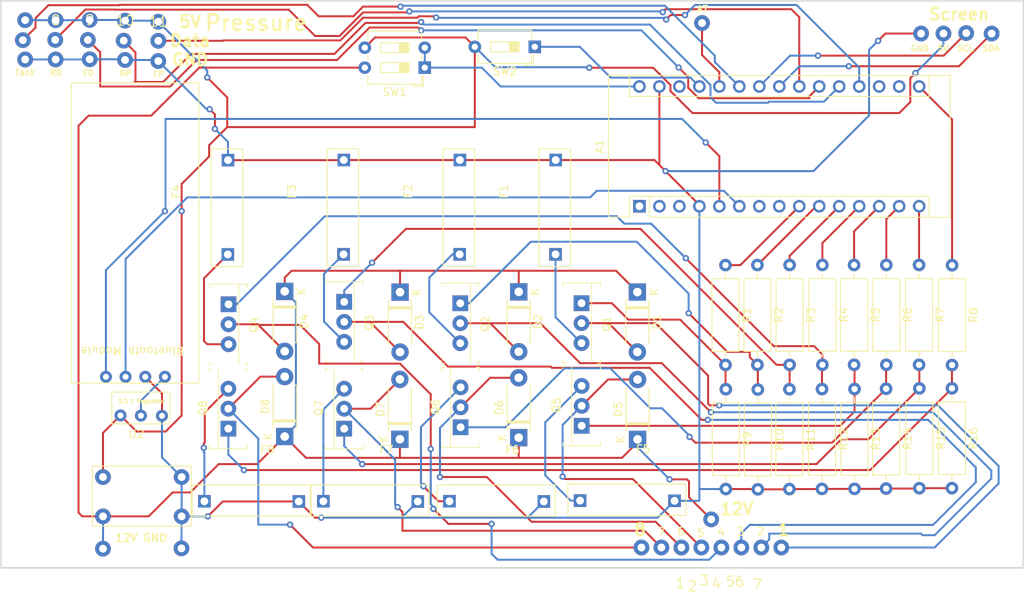
<source format=kicad_pcb>
(kicad_pcb (version 20211014) (generator pcbnew)
  (layers (0 "F.Cu" signal) (31 "B.Cu" signal) (34 "B.Paste" user) (35 "F.Paste" user) (36 "B.SilkS" user "B.Silkscreen") (37 "F.SilkS" user "F.Silkscreen") (38 "B.Mask" user) (39 "F.Mask" user) (44 "Edge.Cuts" user))
  (net 0 "")
  (net 8 "unconnected-(A1-Pad19)")
  (net 9 "unconnected-(A1-Pad20)")
  (net 10 "unconnected-(A1-Pad21)")
  (net 11 "unconnected-(A1-Pad22)")
  (net 12 "unconnected-(A1-Pad23)")
  (net 13 "unconnected-(A1-Pad24)")
  (net 14 "unconnected-(A1-Pad25)")
  (net 15 "unconnected-(A1-Pad26)")
  (net 17 "GND")
  (net 18 "+12V")
  (net 19 "Net-(A1-Pad27)")
  (net 20 "Net-(A1-Pad5)")
  (net 21 "Net-(A1-Pad6)")
  (net 22 "Net-(A1-Pad30)")
  (net 23 "Net-(SW1-Pad3)")
  (net 24 "Net-(U1-Pad4)")
  (net 25 "Net-(Q1-Pad1)")
  (net 26 "Net-(F1-Pad1)")
  (net 27 "Net-(Q2-Pad1)")
  (net 28 "Net-(F2-Pad1)")
  (net 29 "Net-(Q3-Pad1)")
  (net 30 "Net-(F3-Pad1)")
  (net 31 "Net-(Q4-Pad1)")
  (net 32 "Net-(F4-Pad1)")
  (net 33 "Net-(Q5-Pad1)")
  (net 34 "Net-(F5-Pad1)")
  (net 35 "Net-(Q6-Pad1)")
  (net 36 "Net-(F6-Pad1)")
  (net 37 "Net-(Q7-Pad1)")
  (net 38 "Net-(F7-Pad1)")
  (net 39 "Net-(Q8-Pad1)")
  (net 40 "Net-(F8-Pad1)")
  (net 41 "Net-(A1-Pad9)")
  (net 42 "Net-(A1-Pad10)")
  (net 43 "Net-(A1-Pad11)")
  (net 44 "Net-(A1-Pad12)")
  (net 45 "Net-(A1-Pad13)")
  (net 46 "Net-(A1-Pad14)")
  (net 47 "Net-(A1-Pad15)")
  (net 48 "Net-(A1-Pad16)")
  (net 49 "To Solenoid 1")
  (net 50 "To Solenoid 2")
  (net 51 "To Solenoid 3")
  (net 52 "To Solenoid 4")
  (net 53 "To Solenoid 5")
  (net 54 "To Solenoid 6")
  (net 55 "To Solenoid 7")
  (net 56 "To Solenoid 8")
  (footprint "" (layer "F.Cu") (at 70.058 29.03)
    (fp_text reference "15" hide)
    (fp_text value "")
  )
  (footprint "" (layer "F.Cu") (at 153.48302 93.561318)
    (fp_text reference "7")
    (fp_text value "")
  )
  (footprint "Fuse:3.6x10mm" (layer "F.Cu") (at 106.548 48.262 90)
    (fp_text reference "F2")
    (fp_text value "3A Fuse")
  )
  (footprint "digikey-footprints:TO-220-3" (layer "F.Cu") (at 83.222 62.62 -90)
    (fp_text reference "Q4")
    (fp_text value "FQP30N06L")
  )
  (footprint "" (layer "F.Cu") (at 61.236 28.968)
    (fp_text reference "13" hide)
    (fp_text value "")
  )
  (footprint "Resistor_THT:R_Axial_DIN0309_L9.0mm_D3.2mm_P12.70mm_Horizontal" (layer "F.Cu") (at 146.394 57.628 -90)
    (fp_text reference "R1")
    (fp_text value "R150")
  )
  (footprint "Converter_DCDC:3.3V regulator" (layer "F.Cu") (at 72.1805 70.3575)
    (fp_text reference "3.3 V Regulator")
    (fp_text value "3.3V_regulator")
  )
  (footprint "" (layer "F.Cu") (at 57.362 28.966)
    (fp_text reference "12" hide)
    (fp_text value "")
  )
  (footprint "" (layer "F.Cu") (at 135.70302 93.561318)
    (fp_text reference "")
    (fp_text value "")
  )
  (footprint "" (layer "F.Cu") (at 65.568 26.44)
    (fp_text reference "9")
    (fp_text value "")
  )
  (footprint "Resistor_THT:R_Axial_DIN0309_L9.0mm_D3.2mm_P12.70mm_Horizontal" (layer "F.Cu") (at 158.71 57.612 -90)
    (fp_text reference "R4")
    (fp_text value "R150")
  )
  (footprint "Resistor_THT:R_Axial_DIN0309_L9.0mm_D3.2mm_P12.70mm_Horizontal" (layer "F.Cu") (at 166.808 73.36 -90)
    (fp_text reference "R14")
    (fp_text value "R10K")
  )
  (footprint "RF_Module:DSD Tech Bluetooth Module" (layer "F.Cu") (at 79.43 72.64 180)
    (fp_text reference "Bluetooth Module")
    (fp_text value "DSD_Tech_Bluetooth_Module")
  )
  (footprint "Resistor_THT:R_Axial_DIN0309_L9.0mm_D3.2mm_P12.70mm_Horizontal" (layer "F.Cu") (at 175.196 57.644 -90)
    (fp_text reference "R8")
    (fp_text value "R150")
  )
  (footprint "Diode_THT:D_DO-41_SOD81_P7.62mm_Horizontal" (layer "F.Cu") (at 120.108 61.028 -90)
    (fp_text reference "D2")
    (fp_text value "1N4007")
  )
  (footprint "Button_Switch_THT:SW_DIP_SPSTx02_Slide_6.7x6.64mm_W7.62mm_P2.54mm_LowProfile" (layer "F.Cu") (at 108.16 32.506 180)
    (fp_text reference "SW1")
    (fp_text value "SW_DIP_x02")
  )
  (footprint "Resistor_THT:R_Axial_DIN0309_L9.0mm_D3.2mm_P12.70mm_Horizontal" (layer "F.Cu") (at 171 57.612 -90)
    (fp_text reference "R7")
    (fp_text value "R150")
  )
  (footprint "" (layer "F.Cu") (at 65.336 28.982)
    (fp_text reference "")
    (fp_text value "")
  )
  (footprint "Diode_THT:D_DO-41_SOD81_P7.62mm_Horizontal" (layer "F.Cu") (at 135.214 79.804 90)
    (fp_text reference "D5")
    (fp_text value "1N4007")
  )
  (footprint "Resistor_THT:R_Axial_DIN0309_L9.0mm_D3.2mm_P12.70mm_Horizontal" (layer "F.Cu") (at 150.45 57.62 -90)
    (fp_text reference "R2")
    (fp_text value "R150")
  )
  (footprint "digikey-footprints:TO-220-3" (layer "F.Cu") (at 83.192 78.436 90)
    (fp_text reference "Q8")
    (fp_text value "FQP30N06L")
  )
  (footprint "" (layer "F.Cu") (at 74.288 29.164)
    (fp_text reference "16" hide)
    (fp_text value "")
  )
  (footprint "" (layer "F.Cu") (at 176.994 28.108)
    (fp_text reference "")
    (fp_text value "")
  )
  (footprint "Diode_THT:D_DO-41_SOD81_P7.62mm_Horizontal" (layer "F.Cu") (at 120.104 79.584 90)
    (fp_text reference "D6")
    (fp_text value "1N4007")
  )
  (footprint "Fuse:3.6x10mm" (layer "F.Cu") (at 103.272 81.628)
    (fp_text reference "F7")
    (fp_text value "3A Fuse")
  )
  (footprint "Resistor_THT:R_Axial_DIN0309_L9.0mm_D3.2mm_P12.70mm_Horizontal" (layer "F.Cu") (at 162.74 57.612 -90)
    (fp_text reference "R5")
    (fp_text value "R150")
  )
  (footprint "" (layer "F.Cu") (at 150.94302 93.561318)
    (fp_text reference "6")
    (fp_text value "")
  )
  (footprint "Converter_DCDC:DIY More Buck Converter" (layer "F.Cu") (at 58.6055 79.747)
    (fp_text reference "U2")
    (fp_text value "DIY_More_Buck_Converter")
  )
  (footprint "" (layer "F.Cu") (at 144.572 89.982)
    (fp_text reference "")
    (fp_text value "")
  )
  (footprint "" (layer "F.Cu") (at 140.78302 93.561318)
    (fp_text reference "2")
    (fp_text value "")
  )
  (footprint "Resistor_THT:R_Axial_DIN0309_L9.0mm_D3.2mm_P12.70mm_Horizontal" (layer "F.Cu") (at 175.178 73.31 -90)
    (fp_text reference "R16")
    (fp_text value "R10K")
  )
  (footprint "Module:Arduino_Nano" (layer "F.Cu") (at 135.45 50.142 90)
    (fp_text reference "A1")
    (fp_text value "Arduino_Nano_v3.x")
  )
  (footprint "Resistor_THT:R_Axial_DIN0309_L9.0mm_D3.2mm_P12.70mm_Horizontal" (layer "F.Cu") (at 171.036 73.316 -90)
    (fp_text reference "R15")
    (fp_text value "R10K")
  )
  (footprint "" (layer "F.Cu") (at 67.256 93.714)
    (fp_text reference "")
    (fp_text value "")
  )
  (footprint "Fuse:3.6x10mm" (layer "F.Cu") (at 91.79 48.262 90)
    (fp_text reference "F3")
    (fp_text value "3A Fuse")
  )
  (footprint "" (layer "F.Cu") (at 143.41 26.828)
    (fp_text reference "")
    (fp_text value "")
  )
  (footprint "" (layer "F.Cu") (at 57.074 29.008)
    (fp_text reference "")
    (fp_text value "")
  )
  (footprint "Resistor_THT:R_Axial_DIN0309_L9.0mm_D3.2mm_P12.70mm_Horizontal" (layer "F.Cu") (at 150.506 73.46 -90)
    (fp_text reference "R10")
    (fp_text value "R10K")
  )
  (footprint "" (layer "F.Cu") (at 69.888 29.072)
    (fp_text reference "")
    (fp_text value "")
  )
  (footprint "" (layer "F.Cu") (at 171.256 28.17)
    (fp_text reference "")
    (fp_text value "")
  )
  (footprint "" (layer "F.Cu") (at 61.236 26.468)
    (fp_text reference "8")
    (fp_text value "")
  )
  (footprint "digikey-footprints:TO-220-3" (layer "F.Cu") (at 97.918 78.442 90)
    (fp_text reference "Q7")
    (fp_text value "FQP30N06L")
  )
  (footprint "Button_Switch_THT:SW_DIP_SPSTx01_Slide_6.7x4.1mm_W7.62mm_P2.54mm_LowProfile" (layer "F.Cu") (at 122.146 29.856 180)
    (fp_text reference "SW2")
    (fp_text value "SW_DIP_x01")
  )
  (footprint "" (layer "F.Cu") (at 143.32302 93.561318)
    (fp_text reference "3")
    (fp_text value "")
  )
  (footprint "Fuse:3.6x10mm" (layer "F.Cu") (at 88.148 81.628)
    (fp_text reference "F8")
    (fp_text value "3A Fuse")
  )
  (footprint "" (layer "F.Cu") (at 70.058 26.53)
    (fp_text reference "10")
    (fp_text value "")
  )
  (footprint "" (layer "F.Cu") (at 74.288 26.664)
    (fp_text reference "11")
    (fp_text value "")
  )
  (footprint "Resistor_THT:R_Axial_DIN0309_L9.0mm_D3.2mm_P12.70mm_Horizontal" (layer "F.Cu") (at 154.52 73.426 -90)
    (fp_text reference "R11")
    (fp_text value "R10K")
  )
  (footprint "" (layer "F.Cu") (at 145.86302 93.561318)
    (fp_text reference "4")
    (fp_text value "")
  )
  (footprint "Diode_THT:D_DO-41_SOD81_P7.62mm_Horizontal" (layer "F.Cu") (at 105.02 61.076 -90)
    (fp_text reference "D3")
    (fp_text value "1N4007")
  )
  (footprint "Fuse:3.6x10mm" (layer "F.Cu") (at 77.072 48.276 90)
    (fp_text reference "F4")
    (fp_text value "3A Fuse")
  )
  (footprint "" (layer "F.Cu") (at 57.362 26.466)
    (fp_text reference "")
    (fp_text value "")
  )
  (footprint "Fuse:3.6x10mm" (layer "F.Cu") (at 118.734 48.262 90)
    (fp_text reference "F1")
    (fp_text value "3A Fuse")
  )
  (footprint "Diode_THT:D_DO-41_SOD81_P7.62mm_Horizontal" (layer "F.Cu") (at 105 79.786 90)
    (fp_text reference "D7")
    (fp_text value "1N4007")
  )
  (footprint "Fuse:3.6x10mm" (layer "F.Cu") (at 135.91 81.544)
    (fp_text reference "F5")
    (fp_text value "3A Fuse")
  )
  (footprint "" (layer "F.Cu") (at 77.232 93.668)
    (fp_text reference "")
    (fp_text value "")
  )
  (footprint "Resistor_THT:R_Axial_DIN0309_L9.0mm_D3.2mm_P12.70mm_Horizontal" (layer "F.Cu") (at 166.838 57.612 -90)
    (fp_text reference "R6")
    (fp_text value "R150")
  )
  (footprint "Diode_THT:D_DO-41_SOD81_P7.62mm_Horizontal" (layer "F.Cu") (at 90.356 79.44 90)
    (fp_text reference "D8")
    (fp_text value "1N4007")
  )
  (footprint "" (layer "F.Cu") (at 74.288 29.09)
    (fp_text reference "")
    (fp_text value "")
  )
  (footprint "Diode_THT:D_DO-41_SOD81_P7.62mm_Horizontal" (layer "F.Cu") (at 135.19 61.062 -90)
    (fp_text reference "D1")
    (fp_text value "1N4007")
  )
  (footprint "Resistor_THT:R_Axial_DIN0309_L9.0mm_D3.2mm_P12.70mm_Horizontal" (layer "F.Cu") (at 154.546 57.62 -90)
    (fp_text reference "R3")
    (fp_text value "R150")
  )
  (footprint "Resistor_THT:R_Axial_DIN0309_L9.0mm_D3.2mm_P12.70mm_Horizontal" (layer "F.Cu") (at 162.798 73.398 -90)
    (fp_text reference "R13")
    (fp_text value "R10K")
  )
  (footprint "" (layer "F.Cu") (at 61.186 28.974)
    (fp_text reference "")
    (fp_text value "")
  )
  (footprint "digikey-footprints:TO-220-3" (layer "F.Cu") (at 112.718 78.264 90)
    (fp_text reference "Q6")
    (fp_text value "FQP30N06L")
  )
  (footprint "digikey-footprints:TO-220-3" (layer "F.Cu") (at 97.92 62.312 -90)
    (fp_text reference "Q3")
    (fp_text value "FQP30N06L")
  )
  (footprint "" (layer "F.Cu") (at 148.40302 93.561318)
    (fp_text reference "5")
    (fp_text value "")
  )
  (footprint "digikey-footprints:TO-220-3" (layer "F.Cu") (at 128.112 78.08 90)
    (fp_text reference "Q5")
    (fp_text value "FQP30N06L")
  )
  (footprint "" (layer "F.Cu") (at 174.1 28.168)
    (fp_text reference "")
    (fp_text value "")
  )
  (footprint "Resistor_THT:R_Axial_DIN0309_L9.0mm_D3.2mm_P12.70mm_Horizontal" (layer "F.Cu") (at 146.434 73.42 -90)
    (fp_text reference "R9")
    (fp_text value "R10K")
  )
  (footprint "Diode_THT:D_DO-41_SOD81_P7.62mm_Horizontal" (layer "F.Cu") (at 90.356 60.97 -90)
    (fp_text reference "D4")
    (fp_text value "1N4007")
  )
  (footprint "digikey-footprints:TO-220-3" (layer "F.Cu") (at 112.676 62.49 -90)
    (fp_text reference "Q2")
    (fp_text value "FQP30N06L")
  )
  (footprint "" (layer "F.Cu") (at 180.228 28.17)
    (fp_text reference "")
    (fp_text value "")
  )
  (footprint "Fuse:3.6x10mm" (layer "F.Cu") (at 119.296 81.628)
    (fp_text reference "F6")
    (fp_text value "3A Fuse")
  )
  (footprint "" (layer "F.Cu") (at 138.24302 93.561318)
    (fp_text reference "1")
    (fp_text value "")
  )
  (footprint "" (layer "F.Cu") (at 65.568 28.94)
    (fp_text reference "14" hide)
    (fp_text value "")
  )
  (footprint "Resistor_THT:R_Axial_DIN0309_L9.0mm_D3.2mm_P12.70mm_Horizontal" (layer "F.Cu") (at 158.658 73.404 -90)
    (fp_text reference "R12")
    (fp_text value "R10K")
  )
  (footprint "digikey-footprints:TO-220-3" (layer "F.Cu") (at 128.09 62.476 -90)
    (fp_text reference "Q1")
    (fp_text value "FQP30N06L")
  )
  (gr_rect (start 54.264 24) (end 184.264 96.138) (layer "Edge.Cuts") (width 0.2) (fill none))
  (gr_text "FP" (at 74.342 33.346) (layer "F.SilkS") (effects (font (size 0.75 0.75))))
  (gr_text "4" (at 145.836 91.584) (layer "F.SilkS") (effects (font (size 1 1))))
  (gr_text "FD" (at 65.398 33.19) (layer "F.SilkS") (effects (font (size 0.75 0.75))))
  (gr_text "1" (at 153.778 91.286) (layer "F.SilkS") (effects (font (size 1.5 1.5) (thickness 0.3))))
  (gr_text "Screen" (at 176.066 25.708) (layer "F.SilkS") (effects (font (size 1.5 1.5) (thickness 0.3))))
  (gr_text "6" (at 140.748 91.492) (layer "F.SilkS") (effects (font (size 1 1))))
  (gr_text "7" (at 138.262 91.562) (layer "F.SilkS") (effects (font (size 1 1))))
  (gr_text "3" (at 148.322 91.538) (layer "F.SilkS") (effects (font (size 1 1))))
  (gr_text "GND  5V  SCL  SDA" (at 175.57 30.058) (layer "F.SilkS") (effects (font (size 0.75 0.75))))
  (gr_text "5V\nData\nGND" (at 78.328 29.074) (layer "F.SilkS") (effects (font (size 1.5 1.5) (thickness 0.3))))
  (gr_text "12V" (at 147.832 88.666) (layer "F.SilkS") (effects (font (size 1.5 1.5) (thickness 0.3))))
  (gr_text "Pressure" (at 86.722 26.802) (layer "F.SilkS") (effects (font (size 2 2) (thickness 0.3))))
  (gr_text "Tank\n" (at 57.304 33.114) (layer "F.SilkS") (effects (font (size 0.75 0.75))))
  (gr_text "5" (at 143.236 91.676) (layer "F.SilkS") (effects (font (size 1 1))))
  (gr_text "A7" (at 143.476 25.03) (layer "F.SilkS") (effects (font (size 0.75 0.75) (thickness 0.1875))))
  (gr_text "2" (at 150.854 91.492) (layer "F.SilkS") (effects (font (size 1 1))))
  (gr_text "RD" (at 61.274 33.116) (layer "F.SilkS") (effects (font (size 0.75 0.75))))
  (gr_text "12V GND" (at 72.112 92.346) (layer "F.SilkS") (effects (font (size 1 1) (thickness 0.2))))
  (gr_text "RP" (at 70.118 33.246) (layer "F.SilkS") (effects (font (size 0.75 0.75))))
  (gr_text "8" (at 135.546 91.286) (layer "F.SilkS") (effects (font (size 1.5 1.5) (thickness 0.3))))
  (segment (start 139.42 25.814) (end 140.87 25.814) (width 0.25) (layer "F.Cu") (net 8))
  (segment (start 74.282 29.096) (end 74.288 29.09) (width 0.25) (layer "F.Cu") (net 8))
  (segment (start 107.219386 26.154) (end 100.322 26.154) (width 0.25) (layer "F.Cu") (net 8))
  (segment (start 82.524 29.09) (end 74.288 29.09) (width 0.25) (layer "F.Cu") (net 8))
  (segment (start 82.574 29.04) (end 82.524 29.09) (width 0.25) (layer "F.Cu") (net 8))
  (segment (start 97.436 29.04) (end 82.574 29.04) (width 0.25) (layer "F.Cu") (net 8))
  (segment (start 109.61 26.126) (end 109.459489 25.975489) (width 0.25) (layer "F.Cu") (net 8))
  (segment (start 107.397897 25.975489) (end 107.219386 26.154) (width 0.25) (layer "F.Cu") (net 8))
  (segment (start 140.87 25.814) (end 141.24 25.814) (width 0.25) (layer "F.Cu") (net 8))
  (segment (start 100.322 26.154) (end 97.436 29.04) (width 0.25) (layer "F.Cu") (net 8))
  (segment (start 109.459489 25.975489) (end 107.397897 25.975489) (width 0.25) (layer "F.Cu") (net 8))
  (segment (start 138.848 26.386) (end 139.42 25.814) (width 0.25) (layer "F.Cu") (net 8))
  (via (at 141.24 25.814) (size 0.8) (drill 0.4) (layers "F.Cu" "B.Cu") (net 8))
  (via (at 109.61 26.126) (size 0.8) (drill 0.4) (layers "F.Cu" "B.Cu") (net 8))
  (via (at 138.848 26.386) (size 0.8) (drill 0.4) (layers "F.Cu" "B.Cu") (net 8))
  (segment (start 155.432 24.534) (end 163.39 32.492) (width 0.25) (layer "B.Cu") (net 8))
  (segment (start 142.52 24.534) (end 155.432 24.534) (width 0.25) (layer "B.Cu") (net 8))
  (segment (start 109.61 26.126) (end 109.652511 26.168511) (width 0.25) (layer "B.Cu") (net 8))
  (segment (start 109.652511 26.168511) (end 138.630511 26.168511) (width 0.25) (layer "B.Cu") (net 8))
  (segment (start 163.39 32.492) (end 163.39 34.902) (width 0.25) (layer "B.Cu") (net 8))
  (segment (start 141.24 25.814) (end 142.52 24.534) (width 0.25) (layer "B.Cu") (net 8))
  (segment (start 138.630511 26.168511) (end 138.848 26.386) (width 0.25) (layer "B.Cu") (net 8))
  (segment (start 100.618 26.816) (end 104.556 26.816) (width 0.25) (layer "F.Cu") (net 9))
  (segment (start 69.888 29.072) (end 71.382511 30.566511) (width 0.25) (layer "F.Cu") (net 9))
  (segment (start 71.382511 34.233489) (end 71.284 34.332) (width 0.25) (layer "F.Cu") (net 9))
  (segment (start 76.576 32.648) (end 78.464 30.76) (width 0.25) (layer "F.Cu") (net 9))
  (segment (start 71.284 34.332) (end 74.892 34.332) (width 0.25) (layer "F.Cu") (net 9))
  (segment (start 71.382511 30.566511) (end 71.382511 34.233489) (width 0.25) (layer "F.Cu") (net 9))
  (segment (start 78.464 30.76) (end 82.542 30.76) (width 0.25) (layer "F.Cu") (net 9))
  (segment (start 104.556 26.816) (end 107.582 26.816) (width 0.25) (layer "F.Cu") (net 9))
  (segment (start 98.362 29.072) (end 100.618 26.816) (width 0.25) (layer "F.Cu") (net 9))
  (segment (start 160.856 34.896) (end 160.85 34.902) (width 0.25) (layer "F.Cu") (net 9))
  (segment (start 82.542 30.76) (end 96.674 30.76) (width 0.25) (layer "F.Cu") (net 9))
  (segment (start 74.892 34.332) (end 76.576 32.648) (width 0.25) (layer "F.Cu") (net 9))
  (segment (start 96.674 30.76) (end 98.362 29.072) (width 0.25) (layer "F.Cu") (net 9))
  (segment (start 107.582 26.816) (end 107.698 26.7) (width 0.25) (layer "F.Cu") (net 9))
  (via (at 107.698 26.7) (size 0.8) (drill 0.4) (layers "F.Cu" "B.Cu") (net 9))
  (segment (start 144.485489 34.727189) (end 144.485489 36.275489) (width 0.25) (layer "B.Cu") (net 9))
  (segment (start 136.7863 27.028) (end 144.485489 34.727189) (width 0.25) (layer "B.Cu") (net 9))
  (segment (start 158.916 36.836) (end 160.85 34.902) (width 0.25) (layer "B.Cu") (net 9))
  (segment (start 145.182 36.972) (end 151.786 36.972) (width 0.25) (layer "B.Cu") (net 9))
  (segment (start 151.786 36.972) (end 151.922 36.836) (width 0.25) (layer "B.Cu") (net 9))
  (segment (start 107.698 26.7) (end 108.026 27.028) (width 0.25) (layer "B.Cu") (net 9))
  (segment (start 151.922 36.836) (end 158.916 36.836) (width 0.25) (layer "B.Cu") (net 9))
  (segment (start 108.026 27.028) (end 136.7863 27.028) (width 0.25) (layer "B.Cu") (net 9))
  (segment (start 144.485489 36.275489) (end 145.182 36.972) (width 0.25) (layer "B.Cu") (net 9))
  (segment (start 140.432 32.488) (end 141.654511 33.710511) (width 0.25) (layer "F.Cu") (net 10))
  (segment (start 83.688 31.534) (end 97.014 31.534) (width 0.25) (layer "F.Cu") (net 10))
  (segment (start 157.05 36.398) (end 157.05 36.162) (width 0.25) (layer "F.Cu") (net 10))
  (segment (start 104.58 27.404) (end 107.354 27.404) (width 0.25) (layer "F.Cu") (net 10))
  (segment (start 65.336 28.982) (end 66.902 30.548) (width 0.25) (layer "F.Cu") (net 10))
  (segment (start 100.536 28.012) (end 101.144 27.404) (width 0.25) (layer "F.Cu") (net 10))
  (segment (start 141.654511 35.076811) (end 142.9757 36.398) (width 0.25) (layer "F.Cu") (net 10))
  (segment (start 75.8 34.906) (end 79.07 31.636) (width 0.25) (layer "F.Cu") (net 10))
  (segment (start 157.05 36.162) (end 158.31 34.902) (width 0.25) (layer "F.Cu") (net 10))
  (segment (start 141.654511 33.710511) (end 141.654511 35.076811) (width 0.25) (layer "F.Cu") (net 10))
  (segment (start 107.354 27.404) (end 107.708 27.758) (width 0.25) (layer "F.Cu") (net 10))
  (segment (start 66.902 30.548) (end 66.902 34.906) (width 0.25) (layer "F.Cu") (net 10))
  (segment (start 97.014 31.534) (end 100.536 28.012) (width 0.25) (layer "F.Cu") (net 10))
  (segment (start 142.9757 36.398) (end 157.05 36.398) (width 0.25) (layer "F.Cu") (net 10))
  (segment (start 66.902 34.906) (end 75.8 34.906) (width 0.25) (layer "F.Cu") (net 10))
  (segment (start 79.07 31.636) (end 79.172 31.534) (width 0.25) (layer "F.Cu") (net 10))
  (segment (start 79.172 31.534) (end 83.688 31.534) (width 0.25) (layer "F.Cu") (net 10))
  (segment (start 101.144 27.404) (end 104.58 27.404) (width 0.25) (layer "F.Cu") (net 10))
  (via (at 140.432 32.488) (size 0.8) (drill 0.4) (layers "F.Cu" "B.Cu") (net 10))
  (via (at 107.708 27.758) (size 0.8) (drill 0.4) (layers "F.Cu" "B.Cu") (net 10))
  (segment (start 107.708 27.758) (end 135.702 27.758) (width 0.25) (layer "B.Cu") (net 10))
  (segment (start 135.702 27.758) (end 140.432 32.488) (width 0.25) (layer "B.Cu") (net 10))
  (segment (start 65.019368 25.115489) (end 68.741489 25.115489) (width 0.25) (layer "F.Cu") (net 11))
  (segment (start 68.741489 25.115489) (end 68.756 25.13) (width 0.25) (layer "F.Cu") (net 11))
  (segment (start 100.322 25.48) (end 104.402 25.48) (width 0.25) (layer "F.Cu") (net 11))
  (segment (start 86.35 25.13) (end 90.872 25.13) (width 0.25) (layer "F.Cu") (net 11))
  (segment (start 61.186 28.948857) (end 65.019368 25.115489) (width 0.25) (layer "F.Cu") (net 11))
  (segment (start 61.186 28.974) (end 61.186 28.948857) (width 0.25) (layer "F.Cu") (net 11))
  (segment (start 155.77 26.084) (end 155.77 34.902) (width 0.25) (layer "F.Cu") (net 11))
  (segment (start 154.758 25.072) (end 155.77 26.084) (width 0.25) (layer "F.Cu") (net 11))
  (segment (start 106.082 25.48) (end 106.21 25.352) (width 0.25) (layer "F.Cu") (net 11))
  (segment (start 138.782 25.072) (end 154.758 25.072) (width 0.25) (layer "F.Cu") (net 11))
  (segment (start 97.322 28.48) (end 100.288 25.514) (width 0.25) (layer "F.Cu") (net 11))
  (segment (start 138.41 25.444) (end 138.782 25.072) (width 0.25) (layer "F.Cu") (net 11))
  (segment (start 94.222 28.48) (end 97.322 28.48) (width 0.25) (layer "F.Cu") (net 11))
  (segment (start 104.402 25.48) (end 106.082 25.48) (width 0.25) (layer "F.Cu") (net 11))
  (segment (start 100.288 25.514) (end 100.322 25.48) (width 0.25) (layer "F.Cu") (net 11))
  (segment (start 90.872 25.13) (end 94.222 28.48) (width 0.25) (layer "F.Cu") (net 11))
  (segment (start 68.756 25.13) (end 86.35 25.13) (width 0.25) (layer "F.Cu") (net 11))
  (via (at 138.41 25.444) (size 0.8) (drill 0.4) (layers "F.Cu" "B.Cu") (net 11))
  (via (at 106.21 25.352) (size 0.8) (drill 0.4) (layers "F.Cu" "B.Cu") (net 11))
  (segment (start 138.318 25.352) (end 138.41 25.444) (width 0.25) (layer "B.Cu") (net 11))
  (segment (start 106.21 25.352) (end 138.318 25.352) (width 0.25) (layer "B.Cu") (net 11))
  (segment (start 176.07 32.328) (end 180.228 28.17) (width 0.25) (layer "F.Cu") (net 12))
  (segment (start 162.068 32.328) (end 176.07 32.328) (width 0.25) (layer "F.Cu") (net 12))
  (via (at 162.068 32.328) (size 0.8) (drill 0.4) (layers "F.Cu" "B.Cu") (net 12))
  (segment (start 153.23 34.902) (end 155.804 32.328) (width 0.25) (layer "B.Cu") (net 12))
  (segment (start 155.804 32.328) (end 162.068 32.328) (width 0.25) (layer "B.Cu") (net 12))
  (segment (start 174.122 30.98) (end 158.158 30.98) (width 0.25) (layer "F.Cu") (net 13))
  (segment (start 176.994 28.108) (end 174.122 30.98) (width 0.25) (layer "F.Cu") (net 13))
  (via (at 158.158 30.98) (size 0.8) (drill 0.4) (layers "F.Cu" "B.Cu") (net 13))
  (segment (start 158.158 30.98) (end 154.612 30.98) (width 0.25) (layer "B.Cu") (net 13))
  (segment (start 154.612 30.98) (end 150.69 34.902) (width 0.25) (layer "B.Cu") (net 13))
  (segment (start 94.676 25.974) (end 99.088 25.974) (width 0.25) (layer "F.Cu") (net 14))
  (segment (start 69.40752 24.51248) (end 93.21448 24.51248) (width 0.25) (layer "F.Cu") (net 14))
  (segment (start 105.076 24.738) (end 105.08 24.742) (width 0.25) (layer "F.Cu") (net 14))
  (segment (start 93.21448 24.51248) (end 94.676 25.974) (width 0.25) (layer "F.Cu") (net 14))
  (segment (start 99.088 25.974) (end 100.256 24.806) (width 0.25) (layer "F.Cu") (net 14))
  (segment (start 100.256 24.806) (end 100.324 24.738) (width 0.25) (layer "F.Cu") (net 14))
  (segment (start 100.324 24.738) (end 104.402 24.738) (width 0.25) (layer "F.Cu") (net 14))
  (segment (start 69.362 24.558) (end 69.40752 24.51248) (width 0.25) (layer "F.Cu") (net 14))
  (segment (start 60.194 24.692) (end 60.328 24.558) (width 0.25) (layer "F.Cu") (net 14))
  (segment (start 60.328 24.558) (end 69.362 24.558) (width 0.25) (layer "F.Cu") (net 14))
  (segment (start 58.686511 26.199489) (end 60.194 24.692) (width 0.25) (layer "F.Cu") (net 14))
  (segment (start 57.074 29.008) (end 58.686511 27.395489) (width 0.25) (layer "F.Cu") (net 14))
  (segment (start 104.402 24.738) (end 105.076 24.738) (width 0.25) (layer "F.Cu") (net 14))
  (segment (start 58.686511 27.395489) (end 58.686511 26.199489) (width 0.25) (layer "F.Cu") (net 14))
  (via (at 105.08 24.742) (size 0.8) (drill 0.4) (layers "F.Cu" "B.Cu") (net 14))
  (segment (start 105.08 24.742) (end 105.194511 24.627489) (width 0.25) (layer "B.Cu") (net 14))
  (segment (start 105.194511 24.627489) (end 138.683489 24.627489) (width 0.25) (layer "B.Cu") (net 14))
  (segment (start 145.036 30.98) (end 145.036 31.788) (width 0.25) (layer "B.Cu") (net 14))
  (segment (start 145.036 31.788) (end 148.15 34.902) (width 0.25) (layer "B.Cu") (net 14))
  (segment (start 138.683489 24.627489) (end 145.036 30.98) (width 0.25) (layer "B.Cu") (net 14))
  (segment (start 145.61 33.096) (end 145.61 34.902) (width 0.25) (layer "F.Cu") (net 15))
  (segment (start 143.41 30.896) (end 145.61 33.096) (width 0.25) (layer "F.Cu") (net 15))
  (segment (start 143.41 26.828) (end 143.41 30.896) (width 0.25) (layer "F.Cu") (net 15))
  (segment (start 166.808 86.06) (end 170.992 86.06) (width 0.25) (layer "F.Cu") (net 17))
  (segment (start 94.211 89.766) (end 95.008 89.766) (width 0.25) (layer "F.Cu") (net 17))
  (segment (start 162.798 86.098) (end 166.77 86.098) (width 0.25) (layer "F.Cu") (net 17))
  (segment (start 80.812 37.798) (end 81.486 38.472) (width 0.25) (layer "F.Cu") (net 17))
  (segment (start 146.434 86.12) (end 150.466 86.12) (width 0.25) (layer "F.Cu") (net 17))
  (segment (start 137.99 44.898) (end 137.354 44.262) (width 0.25) (layer "F.Cu") (net 17))
  (segment (start 124.809 44.262) (end 112.623 44.262) (width 0.25) (layer "F.Cu") (net 17))
  (segment (start 83.147 44.276) (end 97.851 44.276) (width 0.25) (layer "F.Cu") (net 17))
  (segment (start 158.636 86.126) (end 158.658 86.104) (width 0.25) (layer "F.Cu") (net 17))
  (segment (start 137.99 44.898) (end 137.99 34.902) (width 0.25) (layer "F.Cu") (net 17))
  (segment (start 166.77 86.098) (end 166.808 86.06) (width 0.25) (layer "F.Cu") (net 17))
  (segment (start 171.036 86.016) (end 175.172 86.016) (width 0.25) (layer "F.Cu") (net 17))
  (segment (start 74.7555 76.8075) (end 74.7555 73.9655) (width 0.25) (layer "F.Cu") (net 17))
  (segment (start 154.486 86.16) (end 154.52 86.126) (width 0.25) (layer "F.Cu") (net 17))
  (segment (start 158.658 86.104) (end 162.792 86.104) (width 0.25) (layer "F.Cu") (net 17))
  (segment (start 82.482 87.703) (end 80.588 89.597) (width 0.25) (layer "F.Cu") (net 17))
  (segment (start 81.486 38.472) (end 81.486 40.292) (width 0.25) (layer "F.Cu") (net 17))
  (segment (start 154.52 86.126) (end 158.636 86.126) (width 0.25) (layer "F.Cu") (net 17))
  (segment (start 166.714 28.17) (end 165.788 29.096) (width 0.25) (layer "F.Cu") (net 17))
  (segment (start 138.763 45.671) (end 137.99 44.898) (width 0.25) (layer "F.Cu") (net 17))
  (segment (start 150.506 86.16) (end 154.486 86.16) (width 0.25) (layer "F.Cu") (net 17))
  (segment (start 97.851 44.276) (end 97.865 44.262) (width 0.25) (layer "F.Cu") (net 17))
  (segment (start 175.172 86.016) (end 175.178 86.01) (width 0.25) (layer "F.Cu") (net 17))
  (segment (start 92.148 87.703) (end 94.211 89.766) (width 0.25) (layer "F.Cu") (net 17))
  (segment (start 97.865 44.262) (end 112.623 44.262) (width 0.25) (layer "F.Cu") (net 17))
  (segment (start 162.792 86.104) (end 162.798 86.098) (width 0.25) (layer "F.Cu") (net 17))
  (segment (start 74.7555 73.9655) (end 72.63 71.84) (width 0.25) (layer "F.Cu") (net 17))
  (segment (start 170.992 86.06) (end 171.036 86.016) (width 0.25) (layer "F.Cu") (net 17))
  (segment (start 143.07 50.142) (end 143.07 49.978) (width 0.25) (layer "F.Cu") (net 17))
  (segment (start 143.07 49.978) (end 138.763 45.671) (width 0.25) (layer "F.Cu") (net 17))
  (segment (start 92.148 87.703) (end 82.482 87.703) (width 0.25) (layer "F.Cu") (net 17))
  (segment (start 150.466 86.12) (end 150.506 86.16) (width 0.25) (layer "F.Cu") (net 17))
  (segment (start 171.256 28.17) (end 166.714 28.17) (width 0.25) (layer "F.Cu") (net 17))
  (segment (start 137.354 44.262) (end 124.809 44.262) (width 0.25) (layer "F.Cu") (net 17))
  (via (at 138.763 45.671) (size 0.8) (drill 0.4) (layers "F.Cu" "B.Cu") (net 17))
  (via (at 81.486 40.292) (size 0.8) (drill 0.4) (layers "F.Cu" "B.Cu") (net 17))
  (via (at 95.008 89.766) (size 0.8) (drill 0.4) (layers "F.Cu" "B.Cu") (net 17))
  (via (at 80.812 37.798) (size 0.8) (drill 0.4) (layers "F.Cu" "B.Cu") (net 17))
  (via (at 165.788 29.096) (size 0.8) (drill 0.4) (layers "F.Cu" "B.Cu") (net 17))
  (via (at 80.588 89.597) (size 0.8) (drill 0.4) (layers "F.Cu" "B.Cu") (net 17))
  (segment (start 95.008 89.766) (end 105.209 89.766) (width 0.25) (layer "B.Cu") (net 17))
  (segment (start 74.7555 76.4655) (end 74.7555 76.8075) (width 0.25) (layer "B.Cu") (net 17))
  (segment (start 80.422 37.798) (end 80.812 37.798) (width 0.25) (layer "B.Cu") (net 17))
  (segment (start 143.146 86.12) (end 143.07 86.044) (width 0.25) (layer "B.Cu") (net 17))
  (segment (start 143.017 87.619) (end 143.07 87.566) (width 0.25) (layer "B.Cu") (net 17))
  (segment (start 77.232 92.198) (end 77.232 93.668) (width 0.25) (layer "B.Cu") (net 17))
  (segment (start 61.234 31.466) (end 61.236 31.468) (width 0.25) (layer "B.Cu") (net 17))
  (segment (start 65.54 31.468) (end 65.568 31.44) (width 0.25) (layer "B.Cu") (net 17))
  (segment (start 77.24 89.6125) (end 77.2555 89.597) (width 0.25) (layer "B.Cu") (net 17))
  (segment (start 70.058 31.53) (end 74.154 31.53) (width 0.25) (layer "B.Cu") (net 17))
  (segment (start 105.209 89.766) (end 121.233 89.766) (width 0.25) (layer "B.Cu") (net 17))
  (segment (start 143.07 86.044) (end 143.07 50.142) (width 0.25) (layer "B.Cu") (net 17))
  (segment (start 81.486 40.292) (end 83.147 41.953) (width 0.25) (layer "B.Cu") (net 17))
  (segment (start 157.573 45.671) (end 138.763 45.671) (width 0.25) (layer "B.Cu") (net 17))
  (segment (start 77.2555 89.597) (end 80.588 89.597) (width 0.25) (layer "B.Cu") (net 17))
  (segment (start 121.233 89.766) (end 137.763 89.766) (width 0.25) (layer "B.Cu") (net 17))
  (segment (start 74.7555 76.8075) (end 74.7555 82.097) (width 0.25) (layer "B.Cu") (net 17))
  (segment (start 164.642 38.602) (end 157.573 45.671) (width 0.25) (layer "B.Cu") (net 17))
  (segment (start 105.209 89.766) (end 107.272 87.703) (width 0.25) (layer "B.Cu") (net 17))
  (segment (start 77.2555 89.597) (end 77.2555 84.597) (width 0.25) (layer "B.Cu") (net 17))
  (segment (start 139.91 87.619) (end 143.017 87.619) (width 0.25) (layer "B.Cu") (net 17))
  (segment (start 65.568 31.44) (end 69.968 31.44) (width 0.25) (layer "B.Cu") (net 17))
  (segment (start 146.434 86.12) (end 143.146 86.12) (width 0.25) (layer "B.Cu") (net 17))
  (segment (start 83.147 41.953) (end 83.147 44.276) (width 0.25) (layer "B.Cu") (net 17))
  (segment (start 137.763 89.766) (end 139.91 87.619) (width 0.25) (layer "B.Cu") (net 17))
  (segment (start 77.24 92.19) (end 77.232 92.198) (width 0.25) (layer "B.Cu") (net 17))
  (segment (start 143.07 86.044) (end 143.07 87.566) (width 0.25) (layer "B.Cu") (net 17))
  (segment (start 77.24 92.19) (end 77.24 89.6125) (width 0.25) (layer "B.Cu") (net 17))
  (segment (start 74.288 31.664) (end 80.422 37.798) (width 0.25) (layer "B.Cu") (net 17))
  (segment (start 164.642 30.242) (end 164.642 38.602) (width 0.25) (layer "B.Cu") (net 17))
  (segment (start 74.7555 82.097) (end 77.2555 84.597) (width 0.25) (layer "B.Cu") (net 17))
  (segment (start 57.362 31.466) (end 61.234 31.466) (width 0.25) (layer "B.Cu") (net 17))
  (segment (start 121.233 89.766) (end 123.296 87.703) (width 0.25) (layer "B.Cu") (net 17))
  (segment (start 74.154 31.53) (end 74.288 31.664) (width 0.25) (layer "B.Cu") (net 17))
  (segment (start 61.236 31.468) (end 65.54 31.468) (width 0.25) (layer "B.Cu") (net 17))
  (segment (start 69.968 31.44) (end 70.058 31.53) (width 0.25) (layer "B.Cu") (net 17))
  (segment (start 165.788 29.096) (end 164.642 30.242) (width 0.25) (layer "B.Cu") (net 17))
  (segment (start 120.108 58.348) (end 120.106 58.346) (width 0.25) (layer "F.Cu") (net 18))
  (segment (start 65.426 38.614) (end 73.388 38.614) (width 0.25) (layer "F.Cu") (net 18))
  (segment (start 91.23 58.346) (end 105.006 58.346) (width 0.25) (layer "F.Cu") (net 18))
  (segment (start 105.02 61.076) (end 105.02 58.36) (width 0.25) (layer "F.Cu") (net 18))
  (segment (start 105.05 82.15) (end 120.136 82.15) (width 0.25) (layer "F.Cu") (net 18))
  (segment (start 105 82.1) (end 105.05 82.15) (width 0.25) (layer "F.Cu") (net 18))
  (segment (start 105 79.786) (end 105 82.1) (width 0.25) (layer "F.Cu") (net 18))
  (segment (start 120.104 82.118) (end 120.136 82.15) (width 0.25) (layer "F.Cu") (net 18))
  (segment (start 141.502 84.89) (end 139.282 84.89) (width 0.25) (layer "F.Cu") (net 18))
  (segment (start 64.146 89.118) (end 64.625 89.597) (width 0.25) (layer "F.Cu") (net 18))
  (segment (start 73.388 38.614) (end 79.496 32.506) (width 0.25) (layer "F.Cu") (net 18))
  (segment (start 120.104 79.584) (end 120.104 82.118) (width 0.25) (layer "F.Cu") (net 18))
  (segment (start 64.146 89.118) (end 64.146 39.894) (width 0.25) (layer "F.Cu") (net 18))
  (segment (start 90.356 79.44) (end 93.066 82.15) (width 0.25) (layer "F.Cu") (net 18))
  (segment (start 79.496 32.506) (end 100.54 32.506) (width 0.25) (layer "F.Cu") (net 18))
  (segment (start 90.356 59.22) (end 91.23 58.346) (width 0.25) (layer "F.Cu") (net 18))
  (segment (start 144.572 89.982) (end 141.75 87.16) (width 0.25) (layer "F.Cu") (net 18))
  (segment (start 120.106 58.346) (end 132.474 58.346) (width 0.25) (layer "F.Cu") (net 18))
  (segment (start 93.066 82.15) (end 105.05 82.15) (width 0.25) (layer "F.Cu") (net 18))
  (segment (start 78.360511 86.553489) (end 81.964 82.95) (width 0.25) (layer "F.Cu") (net 18))
  (segment (start 120.108 61.028) (end 120.108 58.348) (width 0.25) (layer "F.Cu") (net 18))
  (segment (start 76.108511 86.553489) (end 78.360511 86.553489) (width 0.25) (layer "F.Cu") (net 18))
  (segment (start 105.02 58.36) (end 105.006 58.346) (width 0.25) (layer "F.Cu") (net 18))
  (segment (start 73.065 89.597) (end 76.108511 86.553489) (width 0.25) (layer "F.Cu") (net 18))
  (segment (start 64.146 39.894) (end 65.426 38.614) (width 0.25) (layer "F.Cu") (net 18))
  (segment (start 132.474 58.346) (end 135.19 61.062) (width 0.25) (layer "F.Cu") (net 18))
  (segment (start 64.625 89.597) (end 67.2555 89.597) (width 0.25) (layer "F.Cu") (net 18))
  (segment (start 141.75 87.16) (end 141.75 85.138) (width 0.25) (layer "F.Cu") (net 18))
  (segment (start 120.136 82.15) (end 133.234 82.15) (width 0.25) (layer "F.Cu") (net 18))
  (segment (start 135.214 80.17) (end 135.214 79.804) (width 0.25) (layer "F.Cu") (net 18))
  (segment (start 67.2555 89.597) (end 73.065 89.597) (width 0.25) (layer "F.Cu") (net 18))
  (segment (start 90.356 60.97) (end 90.356 59.22) (width 0.25) (layer "F.Cu") (net 18))
  (segment (start 86.846 82.95) (end 90.356 79.44) (width 0.25) (layer "F.Cu") (net 18))
  (segment (start 81.964 82.95) (end 86.846 82.95) (width 0.25) (layer "F.Cu") (net 18))
  (segment (start 105.006 58.346) (end 120.106 58.346) (width 0.25) (layer "F.Cu") (net 18))
  (segment (start 133.234 82.15) (end 135.214 80.17) (width 0.25) (layer "F.Cu") (net 18))
  (segment (start 141.75 85.138) (end 141.502 84.89) (width 0.25) (layer "F.Cu") (net 18))
  (via (at 139.282 84.89) (size 0.8) (drill 0.4) (layers "F.Cu" "B.Cu") (net 18))
  (segment (start 67.264 89.6055) (end 67.2555 89.597) (width 0.25) (layer "B.Cu") (net 18))
  (segment (start 67.256 92.244) (end 67.256 93.714) (width 0.25) (layer "B.Cu") (net 18))
  (segment (start 67.264 92.236) (end 67.264 89.6055) (width 0.25) (layer "B.Cu") (net 18))
  (segment (start 91.780511 78.015489) (end 91.780511 62.394511) (width 0.25) (layer "B.Cu") (net 18))
  (segment (start 91.780511 62.394511) (end 90.356 60.97) (width 0.25) (layer "B.Cu") (net 18))
  (segment (start 90.356 79.44) (end 91.780511 78.015489) (width 0.25) (layer "B.Cu") (net 18))
  (segment (start 135.214 80.822) (end 135.214 79.804) (width 0.25) (layer "B.Cu") (net 18))
  (segment (start 139.282 84.89) (end 135.214 80.822) (width 0.25) (layer "B.Cu") (net 18))
  (segment (start 67.264 92.236) (end 67.256 92.244) (width 0.25) (layer "B.Cu") (net 18))
  (segment (start 122.146 29.856) (end 127.874 29.856) (width 0.25) (layer "B.Cu") (net 19))
  (segment (start 127.874 29.856) (end 131.795489 33.777489) (width 0.25) (layer "B.Cu") (net 19))
  (segment (start 131.795489 33.777489) (end 141.945489 33.777489) (width 0.25) (layer "B.Cu") (net 19))
  (segment (start 141.945489 33.777489) (end 143.07 34.902) (width 0.25) (layer "B.Cu") (net 19))
  (segment (start 145.61 43.764) (end 143.876 42.03) (width 0.25) (layer "F.Cu") (net 20))
  (segment (start 145.61 50.142) (end 145.61 43.764) (width 0.25) (layer "F.Cu") (net 20))
  (via (at 143.876 42.03) (size 0.8) (drill 0.4) (layers "F.Cu" "B.Cu") (net 20))
  (via (at 75.13 50.764) (size 0.8) (drill 0.4) (layers "F.Cu" "B.Cu") (net 20))
  (segment (start 143.876 42.03) (end 140.876 39.03) (width 0.25) (layer "B.Cu") (net 20))
  (segment (start 75.2025 39.03) (end 75.2025 50.6915) (width 0.25) (layer "B.Cu") (net 20))
  (segment (start 75.2025 50.6915) (end 75.13 50.764) (width 0.25) (layer "B.Cu") (net 20))
  (segment (start 140.876 39.03) (end 75.2025 39.03) (width 0.25) (layer "B.Cu") (net 20))
  (segment (start 67.63 71.84) (end 67.63 58.264) (width 0.25) (layer "B.Cu") (net 20))
  (segment (start 67.63 72.332) (end 67.63 71.84) (width 0.25) (layer "B.Cu") (net 20))
  (segment (start 67.63 58.264) (end 75.13 50.764) (width 0.25) (layer "B.Cu") (net 20))
  (segment (start 129.190511 49.017489) (end 77.970897 49.017489) (width 0.25) (layer "B.Cu") (net 21))
  (segment (start 148.15 50.142) (end 146.18 48.172) (width 0.25) (layer "B.Cu") (net 21))
  (segment (start 146.18 48.172) (end 130.036 48.172) (width 0.25) (layer "B.Cu") (net 21))
  (segment (start 130.036 48.172) (end 129.190511 49.017489) (width 0.25) (layer "B.Cu") (net 21))
  (segment (start 70.13 56.858386) (end 70.13 71.84) (width 0.25) (layer "B.Cu") (net 21))
  (segment (start 77.970897 49.017489) (end 70.13 56.858386) (width 0.25) (layer "B.Cu") (net 21))
  (segment (start 115.408 32.506) (end 117.804 34.902) (width 0.25) (layer "B.Cu") (net 22))
  (segment (start 108.16 32.506) (end 115.408 32.506) (width 0.25) (layer "B.Cu") (net 22))
  (segment (start 108.16 29.966) (end 108.16 32.506) (width 0.25) (layer "B.Cu") (net 22))
  (segment (start 117.804 34.902) (end 135.45 34.902) (width 0.25) (layer "B.Cu") (net 22))
  (segment (start 101.836 28.67) (end 100.54 29.966) (width 0.25) (layer "F.Cu") (net 23))
  (segment (start 139.392 35.484) (end 142.19 38.282) (width 0.25) (layer "F.Cu") (net 23))
  (segment (start 168.48 38.282) (end 168.884 37.878) (width 0.25) (layer "F.Cu") (net 23))
  (segment (start 169.885489 33.842511) (end 170.536 33.192) (width 0.25) (layer "F.Cu") (net 23))
  (segment (start 80.75 42.376) (end 83.054 40.072) (width 0.25) (layer "F.Cu") (net 23))
  (segment (start 71.525 78.802) (end 69.4805 76.7575) (width 0.25) (layer "F.Cu") (net 23))
  (segment (start 69.4805 76.822) (end 69.4805 76.7575) (width 0.25) (layer "F.Cu") (net 23))
  (segment (start 129.078 32.518) (end 137.1963 32.518) (width 0.25) (layer "F.Cu") (net 23))
  (segment (start 137.1963 32.518) (end 139.392 34.7137) (width 0.25) (layer "F.Cu") (net 23))
  (segment (start 139.392 34.7137) (end 139.392 35.484) (width 0.25) (layer "F.Cu") (net 23))
  (segment (start 67.2555 84.597) (end 67.2555 78.9825) (width 0.25) (layer "F.Cu") (net 23))
  (segment (start 114.526 40.072) (end 114.526 29.856) (width 0.25) (layer "F.Cu") (net 23))
  (segment (start 168.884 37.878) (end 169.885489 36.876511) (width 0.25) (layer "F.Cu") (net 23))
  (segment (start 77.2555 50.7575) (end 77.2555 47.3105) (width 0.25) (layer "F.Cu") (net 23))
  (segment (start 142.19 38.282) (end 168.48 38.282) (width 0.25) (layer "F.Cu") (net 23))
  (segment (start 83.054 40.072) (end 114.526 40.072) (width 0.25) (layer "F.Cu") (net 23))
  (segment (start 83.054 36.298) (end 80.508 33.752) (width 0.25) (layer "F.Cu") (net 23))
  (segment (start 169.885489 36.876511) (end 169.885489 33.842511) (width 0.25) (layer "F.Cu") (net 23))
  (segment (start 113.34 28.67) (end 101.836 28.67) (width 0.25) (layer "F.Cu") (net 23))
  (segment (start 80.75 43.816) (end 80.75 42.376) (width 0.25) (layer "F.Cu") (net 23))
  (segment (start 83.054 40.072) (end 83.054 36.298) (width 0.25) (layer "F.Cu") (net 23))
  (segment (start 67.2555 78.9825) (end 69.4805 76.7575) (width 0.25) (layer "F.Cu") (net 23))
  (segment (start 77.2555 50.7575) (end 77.2555 76.7625) (width 0.25) (layer "F.Cu") (net 23))
  (segment (start 77.2555 47.3105) (end 80.75 43.816) (width 0.25) (layer "F.Cu") (net 23))
  (segment (start 77.2555 76.7625) (end 75.216 78.802) (width 0.25) (layer "F.Cu") (net 23))
  (segment (start 75.216 78.802) (end 71.525 78.802) (width 0.25) (layer "F.Cu") (net 23))
  (segment (start 114.526 29.856) (end 113.34 28.67) (width 0.25) (layer "F.Cu") (net 23))
  (via (at 80.508 33.752) (size 0.8) (drill 0.4) (layers "F.Cu" "B.Cu") (net 23))
  (via (at 170.536 33.192) (size 0.8) (drill 0.4) (layers "F.Cu" "B.Cu") (net 23))
  (via (at 77.2555 50.7575) (size 0.8) (drill 0.4) (layers "F.Cu" "B.Cu") (net 23))
  (via (at 129.078 32.518) (size 0.8) (drill 0.4) (layers "F.Cu" "B.Cu") (net 23))
  (segment (start 74.154 26.53) (end 74.288 26.664) (width 0.25) (layer "B.Cu") (net 23))
  (segment (start 114.526 29.856) (end 117.122 32.452) (width 0.25) (layer "B.Cu") (net 23))
  (segment (start 57.362 26.466) (end 61.234 26.466) (width 0.25) (layer "B.Cu") (net 23))
  (segment (start 174.1 29.628) (end 174.1 28.168) (width 0.25) (layer "B.Cu") (net 23))
  (segment (start 70.058 26.53) (end 74.154 26.53) (width 0.25) (layer "B.Cu") (net 23))
  (segment (start 74.288 26.664) (end 80.508 32.884) (width 0.25) (layer "B.Cu") (net 23))
  (segment (start 65.568 26.44) (end 69.968 26.44) (width 0.25) (layer "B.Cu") (net 23))
  (segment (start 61.236 26.468) (end 65.54 26.468) (width 0.25) (layer "B.Cu") (net 23))
  (segment (start 61.234 26.466) (end 61.236 26.468) (width 0.25) (layer "B.Cu") (net 23))
  (segment (start 117.122 32.452) (end 117.854 32.452) (width 0.25) (layer "B.Cu") (net 23))
  (segment (start 117.854 32.452) (end 129.012 32.452) (width 0.25) (layer "B.Cu") (net 23))
  (segment (start 69.968 26.44) (end 70.058 26.53) (width 0.25) (layer "B.Cu") (net 23))
  (segment (start 129.012 32.452) (end 129.078 32.518) (width 0.25) (layer "B.Cu") (net 23))
  (segment (start 65.54 26.468) (end 65.568 26.44) (width 0.25) (layer "B.Cu") (net 23))
  (segment (start 80.508 32.884) (end 80.508 33.752) (width 0.25) (layer "B.Cu") (net 23))
  (segment (start 170.536 33.192) (end 174.1 29.628) (width 0.25) (layer "B.Cu") (net 23))
  (segment (start 72.0805 74.8895) (end 75.13 71.84) (width 0.25) (layer "B.Cu") (net 24))
  (segment (start 72.0805 76.7825) (end 72.0805 74.8895) (width 0.25) (layer "B.Cu") (net 24))
  (segment (start 131.942 62.476) (end 128.09 62.476) (width 0.25) (layer "F.Cu") (net 25))
  (segment (start 146.394 70.328) (end 146.394 73.38) (width 0.25) (layer "F.Cu") (net 25))
  (segment (start 146.394 73.38) (end 146.434 73.42) (width 0.25) (layer "F.Cu") (net 25))
  (segment (start 146.394 70.328) (end 140.63248 64.56648) (width 0.25) (layer "F.Cu") (net 25))
  (segment (start 140.63248 64.56648) (end 134.03248 64.56648) (width 0.25) (layer "F.Cu") (net 25))
  (segment (start 134.03248 64.56648) (end 131.942 62.476) (width 0.25) (layer "F.Cu") (net 25))
  (segment (start 124.784 64.238) (end 124.778 64.244) (width 0.25) (layer "B.Cu") (net 26))
  (segment (start 124.778 64.244) (end 128.09 67.556) (width 0.25) (layer "B.Cu") (net 26))
  (segment (start 124.784 56.262) (end 124.784 64.238) (width 0.25) (layer "B.Cu") (net 26))
  (segment (start 146.626 68.666) (end 149.476 68.666) (width 0.25) (layer "F.Cu") (net 27))
  (segment (start 150.506 70.376) (end 150.45 70.32) (width 0.25) (layer "F.Cu") (net 27))
  (segment (start 149.476 69.346) (end 150.45 70.32) (width 0.25) (layer "F.Cu") (net 27))
  (segment (start 150.506 73.46) (end 150.506 70.376) (width 0.25) (layer "F.Cu") (net 27))
  (segment (start 149.476 68.666) (end 149.476 69.346) (width 0.25) (layer "F.Cu") (net 27))
  (segment (start 141.706 63.746) (end 146.626 68.666) (width 0.25) (layer "F.Cu") (net 27))
  (via (at 141.706 63.746) (size 0.8) (drill 0.4) (layers "F.Cu" "B.Cu") (net 27))
  (segment (start 113.802 62.49) (end 116.638 59.654) (width 0.25) (layer "B.Cu") (net 27))
  (segment (start 141.706 61.26) (end 141.706 63.746) (width 0.25) (layer "B.Cu") (net 27))
  (segment (start 136.372 55.926) (end 141.706 61.26) (width 0.25) (layer "B.Cu") (net 27))
  (segment (start 135.099489 54.653489) (end 136.372 55.926) (width 0.25) (layer "B.Cu") (net 27))
  (segment (start 116.638 59.654) (end 121.638511 54.653489) (width 0.25) (layer "B.Cu") (net 27))
  (segment (start 121.638511 54.653489) (end 135.099489 54.653489) (width 0.25) (layer "B.Cu") (net 27))
  (segment (start 112.676 62.49) (end 113.802 62.49) (width 0.25) (layer "B.Cu") (net 27))
  (segment (start 108.736 63.63) (end 108.736 59.216) (width 0.25) (layer "B.Cu") (net 28))
  (segment (start 111.69 56.262) (end 112.598 56.262) (width 0.25) (layer "B.Cu") (net 28))
  (segment (start 112.676 67.57) (end 108.736 63.63) (width 0.25) (layer "B.Cu") (net 28))
  (segment (start 108.736 59.216) (end 111.69 56.262) (width 0.25) (layer "B.Cu") (net 28))
  (segment (start 135.75 53.18) (end 135.594 53.024) (width 0.25) (layer "F.Cu") (net 29))
  (segment (start 135.594 53.024) (end 110.422 53.024) (width 0.25) (layer "F.Cu") (net 29))
  (segment (start 105.762 53.024) (end 101.462 57.324) (width 0.25) (layer "F.Cu") (net 29))
  (segment (start 154.546 73.4) (end 154.52 73.426) (width 0.25) (layer "F.Cu") (net 29))
  (segment (start 110.422 53.024) (end 105.762 53.024) (width 0.25) (layer "F.Cu") (net 29))
  (segment (start 154.546 70.32) (end 152.89 70.32) (width 0.25) (layer "F.Cu") (net 29))
  (segment (start 154.546 70.32) (end 154.546 73.4) (width 0.25) (layer "F.Cu") (net 29))
  (segment (start 152.89 70.32) (end 135.75 53.18) (width 0.25) (layer "F.Cu") (net 29))
  (via (at 101.462 57.324) (size 0.8) (drill 0.4) (layers "F.Cu" "B.Cu") (net 29))
  (segment (start 97.92 60.866) (end 97.92 62.312) (width 0.25) (layer "B.Cu") (net 29))
  (segment (start 101.462 57.324) (end 97.92 60.866) (width 0.25) (layer "B.Cu") (net 29))
  (segment (start 95.354 64.826) (end 95.354 58.748) (width 0.25) (layer "B.Cu") (net 30))
  (segment (start 97.92 67.392) (end 95.354 64.826) (width 0.25) (layer "B.Cu") (net 30))
  (segment (start 95.354 58.748) (end 95.842 58.26) (width 0.25) (layer "B.Cu") (net 30))
  (segment (start 95.842 58.26) (end 97.84 56.262) (width 0.25) (layer "B.Cu") (net 30))
  (segment (start 141.344 56.754) (end 152.532 67.942) (width 0.25) (layer "F.Cu") (net 31))
  (segment (start 157.66 67.942) (end 158.71 68.992) (width 0.25) (layer "F.Cu") (net 31))
  (segment (start 158.71 68.992) (end 158.71 70.312) (width 0.25) (layer "F.Cu") (net 31))
  (segment (start 158.658 73.404) (end 158.658 70.364) (width 0.25) (layer "F.Cu") (net 31))
  (segment (start 158.658 70.364) (end 158.71 70.312) (width 0.25) (layer "F.Cu") (net 31))
  (segment (start 152.532 67.942) (end 157.66 67.942) (width 0.25) (layer "F.Cu") (net 31))
  (via (at 141.344 56.754) (size 0.8) (drill 0.4) (layers "F.Cu" "B.Cu") (net 31))
  (segment (start 84.25 62.62) (end 95.452 51.418) (width 0.25) (layer "B.Cu") (net 31))
  (segment (start 83.222 62.62) (end 84.25 62.62) (width 0.25) (layer "B.Cu") (net 31))
  (segment (start 95.452 51.418) (end 132.588 51.418) (width 0.25) (layer "B.Cu") (net 31))
  (segment (start 136.942 52.352) (end 141.344 56.754) (width 0.25) (layer "B.Cu") (net 31))
  (segment (start 133.004 51.834) (end 133.522 52.352) (width 0.25) (layer "B.Cu") (net 31))
  (segment (start 135.646 52.352) (end 136.942 52.352) (width 0.25) (layer "B.Cu") (net 31))
  (segment (start 133.522 52.352) (end 135.646 52.352) (width 0.25) (layer "B.Cu") (net 31))
  (segment (start 132.588 51.418) (end 133.004 51.834) (width 0.25) (layer "B.Cu") (net 31))
  (segment (start 83.222 67.7) (end 80.508 67.7) (width 0.25) (layer "F.Cu") (net 32))
  (segment (start 80.508 67.7) (end 80.096 67.288) (width 0.25) (layer "F.Cu") (net 32))
  (segment (start 80.096 67.288) (end 80.096 59.302) (width 0.25) (layer "F.Cu") (net 32))
  (segment (start 80.096 59.302) (end 83.122 56.276) (width 0.25) (layer "F.Cu") (net 32))
  (segment (start 162.798 76.252) (end 160.97 78.08) (width 0.25) (layer "F.Cu") (net 33))
  (segment (start 162.798 70.37) (end 162.74 70.312) (width 0.25) (layer "F.Cu") (net 33))
  (segment (start 162.798 73.398) (end 162.798 70.37) (width 0.25) (layer "F.Cu") (net 33))
  (segment (start 162.798 73.398) (end 162.798 76.252) (width 0.25) (layer "F.Cu") (net 33))
  (segment (start 160.97 78.08) (end 128.112 78.08) (width 0.25) (layer "F.Cu") (net 33))
  (segment (start 128.112 73) (end 123.476 77.636) (width 0.25) (layer "B.Cu") (net 34))
  (segment (start 126.706 87.594) (end 127.91 87.594) (width 0.25) (layer "B.Cu") (net 34))
  (segment (start 123.476 84.364) (end 126.706 87.594) (width 0.25) (layer "B.Cu") (net 34))
  (segment (start 123.476 77.636) (end 123.476 84.364) (width 0.25) (layer "B.Cu") (net 34))
  (segment (start 166.808 70.342) (end 166.838 70.312) (width 0.25) (layer "F.Cu") (net 35))
  (segment (start 166.808 73.36) (end 166.808 70.342) (width 0.25) (layer "F.Cu") (net 35))
  (segment (start 141.824 79.486) (end 142.56 80.222) (width 0.25) (layer "F.Cu") (net 35))
  (segment (start 142.56 80.222) (end 159.946 80.222) (width 0.25) (layer "F.Cu") (net 35))
  (segment (start 159.946 80.222) (end 166.808 73.36) (width 0.25) (layer "F.Cu") (net 35))
  (via (at 141.824 79.486) (size 0.8) (drill 0.4) (layers "F.Cu" "B.Cu") (net 35))
  (segment (start 141.824 79.342) (end 138.33 75.848) (width 0.25) (layer "B.Cu") (net 35))
  (segment (start 131.739489 70.759489) (end 125.922511 70.759489) (width 0.25) (layer "B.Cu") (net 35))
  (segment (start 141.824 79.486) (end 141.824 79.342) (width 0.25) (layer "B.Cu") (net 35))
  (segment (start 136.828 75.848) (end 131.739489 70.759489) (width 0.25) (layer "B.Cu") (net 35))
  (segment (start 138.33 75.848) (end 136.828 75.848) (width 0.25) (layer "B.Cu") (net 35))
  (segment (start 125.922511 70.759489) (end 118.418 78.264) (width 0.25) (layer "B.Cu") (net 35))
  (segment (start 118.418 78.264) (end 112.718 78.264) (width 0.25) (layer "B.Cu") (net 35))
  (segment (start 107.992 85.774) (end 109.896 87.678) (width 0.25) (layer "F.Cu") (net 36))
  (segment (start 109.896 87.678) (end 111.296 87.678) (width 0.25) (layer "F.Cu") (net 36))
  (via (at 107.992 85.774) (size 0.8) (drill 0.4) (layers "F.Cu" "B.Cu") (net 36))
  (segment (start 107.678 85.46) (end 107.992 85.774) (width 0.25) (layer "B.Cu") (net 36))
  (segment (start 107.678 78.224) (end 107.678 85.46) (width 0.25) (layer "B.Cu") (net 36))
  (segment (start 107.678 78.224) (end 112.718 73.184) (width 0.25) (layer "B.Cu") (net 36))
  (segment (start 171.036 73.316) (end 164.562 79.79) (width 0.25) (layer "F.Cu") (net 37))
  (segment (start 171.036 70.348) (end 171 70.312) (width 0.25) (layer "F.Cu") (net 37))
  (segment (start 164.562 79.79) (end 161.126 79.79) (width 0.25) (layer "F.Cu") (net 37))
  (segment (start 171.036 73.316) (end 171.036 70.348) (width 0.25) (layer "F.Cu") (net 37))
  (segment (start 157.966 82.95) (end 100.214 82.95) (width 0.25) (layer "F.Cu") (net 37))
  (segment (start 161.126 79.79) (end 157.966 82.95) (width 0.25) (layer "F.Cu") (net 37))
  (via (at 100.214 82.95) (size 0.8) (drill 0.4) (layers "F.Cu" "B.Cu") (net 37))
  (segment (start 97.918 80.654) (end 100.214 82.95) (width 0.25) (layer "B.Cu") (net 37))
  (segment (start 97.918 78.442) (end 97.918 80.654) (width 0.25) (layer "B.Cu") (net 37))
  (segment (start 95.442 75.838) (end 97.918 73.362) (width 0.25) (layer "B.Cu") (net 38))
  (segment (start 95.272 76.008) (end 95.442 75.838) (width 0.25) (layer "B.Cu") (net 38))
  (segment (start 95.272 87.678) (end 95.272 76.008) (width 0.25) (layer "B.Cu") (net 38))
  (segment (start 89.894 83.706) (end 85.172 83.706) (width 0.25) (layer "F.Cu") (net 39))
  (segment (start 164.782 83.706) (end 161.06 83.706) (width 0.25) (layer "F.Cu") (net 39))
  (segment (start 161.06 83.706) (end 89.894 83.706) (width 0.25) (layer "F.Cu") (net 39))
  (segment (start 175.178 73.31) (end 164.782 83.706) (width 0.25) (layer "F.Cu") (net 39))
  (segment (start 175.178 73.31) (end 175.178 70.362) (width 0.25) (layer "F.Cu") (net 39))
  (segment (start 85.172 83.706) (end 85.17 83.708) (width 0.25) (layer "F.Cu") (net 39))
  (segment (start 175.178 70.362) (end 175.196 70.344) (width 0.25) (layer "F.Cu") (net 39))
  (via (at 85.17 83.708) (size 0.8) (drill 0.4) (layers "F.Cu" "B.Cu") (net 39))
  (segment (start 83.192 81.73) (end 83.192 78.436) (width 0.25) (layer "B.Cu") (net 39))
  (segment (start 85.17 83.708) (end 83.192 81.73) (width 0.25) (layer "B.Cu") (net 39))
  (segment (start 80.196 80.18) (end 80.196 76.352) (width 0.25) (layer "F.Cu") (net 40))
  (segment (start 80.072 80.304) (end 80.196 80.18) (width 0.25) (layer "F.Cu") (net 40))
  (segment (start 80.072 80.872) (end 80.072 80.304) (width 0.25) (layer "F.Cu") (net 40))
  (segment (start 80.196 76.352) (end 83.192 73.356) (width 0.25) (layer "F.Cu") (net 40))
  (via (at 80.072 80.872) (size 0.8) (drill 0.4) (layers "F.Cu" "B.Cu") (net 40))
  (segment (start 80.148 81.514) (end 80.072 81.438) (width 0.25) (layer "B.Cu") (net 40))
  (segment (start 80.072 81.438) (end 80.072 80.872) (width 0.25) (layer "B.Cu") (net 40))
  (segment (start 80.148 87.678) (end 80.148 81.514) (width 0.25) (layer "B.Cu") (net 40))
  (segment (start 146.394 57.628) (end 148.284 57.628) (width 0.25) (layer "F.Cu") (net 41))
  (segment (start 148.284 57.628) (end 155.77 50.142) (width 0.25) (layer "F.Cu") (net 41))
  (segment (start 150.45 57.62) (end 157.928 50.142) (width 0.25) (layer "F.Cu") (net 42))
  (segment (start 157.928 50.142) (end 158.31 50.142) (width 0.25) (layer "F.Cu") (net 42))
  (segment (start 154.546 56.446) (end 160.85 50.142) (width 0.25) (layer "F.Cu") (net 43))
  (segment (start 154.546 57.62) (end 154.546 56.446) (width 0.25) (layer "F.Cu") (net 43))
  (segment (start 158.71 54.822) (end 163.39 50.142) (width 0.25) (layer "F.Cu") (net 44))
  (segment (start 158.71 57.612) (end 158.71 54.822) (width 0.25) (layer "F.Cu") (net 44))
  (segment (start 162.74 53.332) (end 165.93 50.142) (width 0.25) (layer "F.Cu") (net 45))
  (segment (start 162.74 57.612) (end 162.74 53.332) (width 0.25) (layer "F.Cu") (net 45))
  (segment (start 166.838 51.774) (end 168.47 50.142) (width 0.25) (layer "F.Cu") (net 46))
  (segment (start 166.838 57.612) (end 166.838 51.774) (width 0.25) (layer "F.Cu") (net 46))
  (segment (start 171 57.612) (end 171 50.152) (width 0.25) (layer "F.Cu") (net 47))
  (segment (start 171 50.152) (end 171.01 50.142) (width 0.25) (layer "F.Cu") (net 47))
  (segment (start 175.196 57.644) (end 175.196 39.088) (width 0.25) (layer "F.Cu") (net 48))
  (segment (start 175.196 39.088) (end 171.01 34.902) (width 0.25) (layer "F.Cu") (net 48))
  (segment (start 144.184 75.266) (end 144.392 75.474) (width 0.25) (layer "F.Cu") (net 49))
  (segment (start 144.184 71.694) (end 144.184 75.266) (width 0.25) (layer "F.Cu") (net 49))
  (segment (start 137.506 65.016) (end 142.422 69.932) (width 0.25) (layer "F.Cu") (net 49))
  (segment (start 142.422 69.932) (end 144.184 71.694) (width 0.25) (layer "F.Cu") (net 49))
  (segment (start 131.524 65.016) (end 137.506 65.016) (width 0.25) (layer "F.Cu") (net 49))
  (segment (start 144.392 75.474) (end 145.582 75.474) (width 0.25) (layer "F.Cu") (net 49))
  (segment (start 131.524 65.016) (end 135.19 68.682) (width 0.25) (layer "F.Cu") (net 49))
  (segment (start 128.09 65.016) (end 131.524 65.016) (width 0.25) (layer "F.Cu") (net 49))
  (via (at 145.582 75.474) (size 0.8) (drill 0.4) (layers "F.Cu" "B.Cu") (net 49))
  (segment (start 172.970682 93.561318) (end 153.48302 93.561318) (width 0.25) (layer "B.Cu") (net 49))
  (segment (start 173.398 75.474) (end 181.114 83.19) (width 0.25) (layer "B.Cu") (net 49))
  (segment (start 181.114 85.418) (end 172.970682 93.561318) (width 0.25) (layer "B.Cu") (net 49))
  (segment (start 181.114 83.19) (end 181.114 85.418) (width 0.25) (layer "B.Cu") (net 49))
  (segment (start 145.582 75.474) (end 173.398 75.474) (width 0.25) (layer "B.Cu") (net 49))
  (segment (start 116.49 65.03) (end 122.844 65.03) (width 0.25) (layer "F.Cu") (net 50))
  (segment (start 112.676 65.03) (end 116.49 65.03) (width 0.25) (layer "F.Cu") (net 50))
  (segment (start 122.844 65.03) (end 127.920511 70.106511) (width 0.25) (layer "F.Cu") (net 50))
  (segment (start 138.298511 70.106511) (end 144.546 76.354) (width 0.25) (layer "F.Cu") (net 50))
  (segment (start 116.49 65.03) (end 120.108 68.648) (width 0.25) (layer "F.Cu") (net 50))
  (segment (start 127.920511 70.106511) (end 138.298511 70.106511) (width 0.25) (layer "F.Cu") (net 50))
  (via (at 144.546 76.354) (size 0.8) (drill 0.4) (layers "F.Cu" "B.Cu") (net 50))
  (segment (start 171.428 91.996) (end 172.982 91.996) (width 0.25) (layer "B.Cu") (net 50))
  (segment (start 171.222 91.79) (end 171.428 91.996) (width 0.25) (layer "B.Cu") (net 50))
  (segment (start 151.954 91.79) (end 171.222 91.79) (width 0.25) (layer "B.Cu") (net 50))
  (segment (start 172.982 91.996) (end 180.182 84.796) (width 0.25) (layer "B.Cu") (net 50))
  (segment (start 172.774 76.354) (end 144.546 76.354) (width 0.25) (layer "B.Cu") (net 50))
  (segment (start 150.94302 93.561318) (end 151.954 92.550338) (width 0.25) (layer "B.Cu") (net 50))
  (segment (start 180.182 84.796) (end 180.182 83.762) (width 0.25) (layer "B.Cu") (net 50))
  (segment (start 151.954 92.550338) (end 151.954 91.79) (width 0.25) (layer "B.Cu") (net 50))
  (segment (start 180.182 83.762) (end 172.774 76.354) (width 0.25) (layer "B.Cu") (net 50))
  (segment (start 105.424 64.852) (end 101.176 64.852) (width 0.25) (layer "F.Cu") (net 51))
  (segment (start 101.176 64.852) (end 105.02 68.696) (width 0.25) (layer "F.Cu") (net 51))
  (segment (start 136.756 70.702) (end 124.326 70.702) (width 0.25) (layer "F.Cu") (net 51))
  (segment (start 97.92 64.852) (end 101.176 64.852) (width 0.25) (layer "F.Cu") (net 51))
  (segment (start 143.374 77.32) (end 136.756 70.702) (width 0.25) (layer "F.Cu") (net 51))
  (segment (start 111.111489 70.539489) (end 105.424 64.852) (width 0.25) (layer "F.Cu") (net 51))
  (segment (start 124.163489 70.539489) (end 111.111489 70.539489) (width 0.25) (layer "F.Cu") (net 51))
  (segment (start 144.132 77.32) (end 143.374 77.32) (width 0.25) (layer "F.Cu") (net 51))
  (segment (start 124.326 70.702) (end 124.163489 70.539489) (width 0.25) (layer "F.Cu") (net 51))
  (via (at 144.132 77.32) (size 0.8) (drill 0.4) (layers "F.Cu" "B.Cu") (net 51))
  (segment (start 178.214 83.38) (end 172.31 77.476) (width 0.25) (layer "B.Cu") (net 51))
  (segment (start 172.31 77.476) (end 172.154 77.32) (width 0.25) (layer "B.Cu") (net 51))
  (segment (start 172.776 90.684) (end 178.214 85.246) (width 0.25) (layer "B.Cu") (net 51))
  (segment (start 178.214 85.246) (end 178.214 83.38) (width 0.25) (layer "B.Cu") (net 51))
  (segment (start 149.468 90.684) (end 172.206 90.684) (width 0.25) (layer "B.Cu") (net 51))
  (segment (start 172.206 90.684) (end 172.776 90.684) (width 0.25) (layer "B.Cu") (net 51))
  (segment (start 149.208 90.944) (end 149.468 90.684) (width 0.25) (layer "B.Cu") (net 51))
  (segment (start 148.40302 93.561318) (end 148.40302 91.74898) (width 0.25) (layer "B.Cu") (net 51))
  (segment (start 172.154 77.32) (end 144.132 77.32) (width 0.25) (layer "B.Cu") (net 51))
  (segment (start 148.40302 91.74898) (end 149.208 90.944) (width 0.25) (layer "B.Cu") (net 51))
  (segment (start 86.926 65.16) (end 90.356 68.59) (width 0.25) (layer "F.Cu") (net 52))
  (segment (start 109.258 88.642) (end 111.17 90.554) (width 0.25) (layer "F.Cu") (net 52))
  (segment (start 92.308 65.242) (end 94.742 67.676) (width 0.25) (layer "F.Cu") (net 52))
  (segment (start 94.742 70.162) (end 105.010564 70.162) (width 0.25) (layer "F.Cu") (net 52))
  (segment (start 87.008 65.242) (end 92.308 65.242) (width 0.25) (layer "F.Cu") (net 52))
  (segment (start 105.010564 70.162) (end 108.922 74.073436) (width 0.25) (layer "F.Cu") (net 52))
  (segment (start 86.926 65.16) (end 87.008 65.242) (width 0.25) (layer "F.Cu") (net 52))
  (segment (start 83.222 65.16) (end 86.926 65.16) (width 0.25) (layer "F.Cu") (net 52))
  (segment (start 108.922 74.073436) (end 108.922 81.024) (width 0.25) (layer "F.Cu") (net 52))
  (segment (start 111.17 90.554) (end 116.658 90.554) (width 0.25) (layer "F.Cu") (net 52))
  (segment (start 94.742 67.676) (end 94.742 70.162) (width 0.25) (layer "F.Cu") (net 52))
  (via (at 116.658 90.554) (size 0.8) (drill 0.4) (layers "F.Cu" "B.Cu") (net 52))
  (via (at 108.922 81.024) (size 0.8) (drill 0.4) (layers "F.Cu" "B.Cu") (net 52))
  (via (at 109.258 88.642) (size 0.8) (drill 0.4) (layers "F.Cu" "B.Cu") (net 52))
  (segment (start 144.312338 95.112) (end 145.86302 93.561318) (width 0.25) (layer "B.Cu") (net 52))
  (segment (start 108.922 88.052) (end 108.922 81.024) (width 0.25) (layer "B.Cu") (net 52))
  (segment (start 109.258 88.642) (end 109.258 88.388) (width 0.25) (layer "B.Cu") (net 52))
  (segment (start 116.658 94.352) (end 117.418 95.112) (width 0.25) (layer "B.Cu") (net 52))
  (segment (start 109.258 88.388) (end 108.922 88.052) (width 0.25) (layer "B.Cu") (net 52))
  (segment (start 117.418 95.112) (end 144.312338 95.112) (width 0.25) (layer "B.Cu") (net 52))
  (segment (start 116.658 90.554) (end 116.658 94.352) (width 0.25) (layer "B.Cu") (net 52))
  (segment (start 125.996 84.85) (end 125.686 84.54) (width 0.25) (layer "F.Cu") (net 53))
  (segment (start 126.774 84.85) (end 125.996 84.85) (width 0.25) (layer "F.Cu") (net 53))
  (segment (start 143.32302 93.561318) (end 134.611702 84.85) (width 0.25) (layer "F.Cu") (net 53))
  (segment (start 134.611702 84.85) (end 126.774 84.85) (width 0.25) (layer "F.Cu") (net 53))
  (segment (start 131.468 72.184) (end 128.112 75.54) (width 0.25) (layer "F.Cu") (net 53))
  (segment (start 135.214 72.184) (end 131.468 72.184) (width 0.25) (layer "F.Cu") (net 53))
  (via (at 125.686 84.54) (size 0.8) (drill 0.4) (layers "F.Cu" "B.Cu") (net 53))
  (segment (start 125.686 84.54) (end 125.686 77.966) (width 0.25) (layer "B.Cu") (net 53))
  (segment (start 125.686 77.966) (end 128.112 75.54) (width 0.25) (layer "B.Cu") (net 53))
  (segment (start 119.938 88.476) (end 116.052 84.59) (width 0.25) (layer "F.Cu") (net 54))
  (segment (start 140.78302 93.561318) (end 137.509702 90.288) (width 0.25) (layer "F.Cu") (net 54))
  (segment (start 121.75 90.288) (end 119.938 88.476) (width 0.25) (layer "F.Cu") (net 54))
  (segment (start 116.478 71.964) (end 112.718 75.724) (width 0.25) (layer "F.Cu") (net 54))
  (segment (start 120.104 71.964) (end 116.478 71.964) (width 0.25) (layer "F.Cu") (net 54))
  (segment (start 137.509702 90.288) (end 136.978 90.288) (width 0.25) (layer "F.Cu") (net 54))
  (segment (start 136.978 90.288) (end 121.75 90.288) (width 0.25) (layer "F.Cu") (net 54))
  (segment (start 116.052 84.59) (end 110.096 84.59) (width 0.25) (layer "F.Cu") (net 54))
  (via (at 110.096 84.59) (size 0.8) (drill 0.4) (layers "F.Cu" "B.Cu") (net 54))
  (segment (start 110.096 84.59) (end 110.096 78.346) (width 0.25) (layer "B.Cu") (net 54))
  (segment (start 110.096 78.346) (end 112.718 75.724) (width 0.25) (layer "B.Cu") (net 54))
  (segment (start 105.332 91.428) (end 136.109702 91.428) (width 0.25) (layer "F.Cu") (net 55))
  (segment (start 101.264 75.902) (end 105 72.166) (width 0.25) (layer "F.Cu") (net 55))
  (segment (start 136.109702 91.428) (end 138.24302 93.561318) (width 0.25) (layer "F.Cu") (net 55))
  (segment (start 97.918 75.902) (end 101.264 75.902) (width 0.25) (layer "F.Cu") (net 55))
  (segment (start 105.332 89.046) (end 105.332 91.428) (width 0.25) (layer "F.Cu") (net 55))
  (segment (start 104.71 88.424) (end 105.332 89.046) (width 0.25) (layer "F.Cu") (net 55))
  (via (at 104.71 88.424) (size 0.8) (drill 0.4) (layers "F.Cu" "B.Cu") (net 55))
  (segment (start 97.918 75.902) (end 104.398 82.382) (width 0.25) (layer "B.Cu") (net 55))
  (segment (start 104.398 88.112) (end 104.71 88.424) (width 0.25) (layer "B.Cu") (net 55))
  (segment (start 104.398 82.382) (end 104.398 88.112) (width 0.25) (layer "B.Cu") (net 55))
  (segment (start 93.945318 93.561318) (end 135.70302 93.561318) (width 0.25) (layer "F.Cu") (net 56))
  (segment (start 87.268 71.82) (end 83.192 75.896) (width 0.25) (layer "F.Cu") (net 56))
  (segment (start 90.356 71.82) (end 87.268 71.82) (width 0.25) (layer "F.Cu") (net 56))
  (segment (start 91.036 90.652) (end 93.945318 93.561318) (width 0.25) (layer "F.Cu") (net 56))
  (via (at 91.036 90.652) (size 0.8) (drill 0.4) (layers "F.Cu" "B.Cu") (net 56))
  (segment (start 86.998 79.702) (end 86.998 90.622) (width 0.25) (layer "B.Cu") (net 56))
  (segment (start 87.028 90.652) (end 91.036 90.652) (width 0.25) (layer "B.Cu") (net 56))
  (segment (start 83.192 75.896) (end 86.998 79.702) (width 0.25) (layer "B.Cu") (net 56))
  (segment (start 86.998 90.622) (end 87.028 90.652) (width 0.25) (layer "B.Cu") (net 56))
)
</source>
